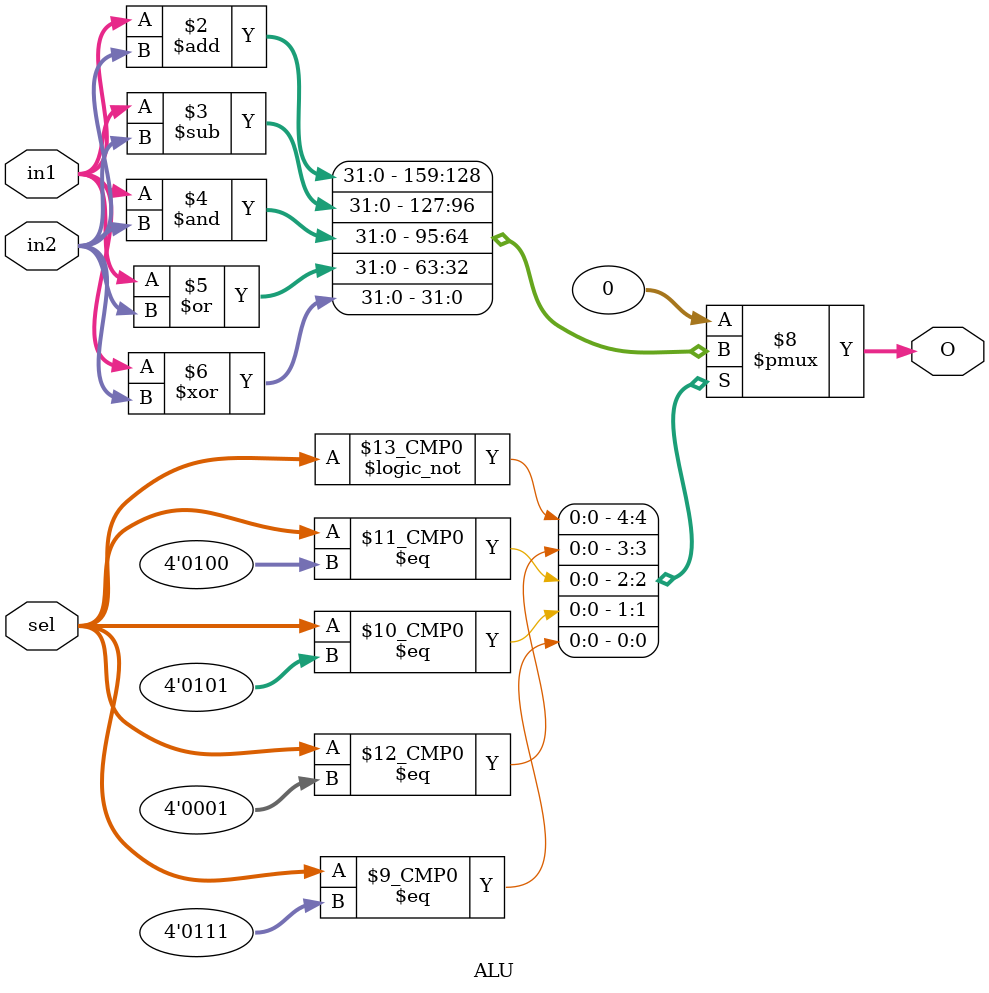
<source format=v>
module ALU(input [31:0]in1, input [31:0]in2, input [3:0]sel, output reg [31:0]O);
    always @(sel, in1, in2) begin
      case (sel)
        0: O <= in1 + in2;
        1: O <= in1 - in2;
        4: O <= in1 & in2;
        5: O <= in1 | in2;
        7: O <= in1 ^ in2;
        // 8, 9, 10 are left alone :(
		default : O<=32'b0;
      endcase
    end
endmodule 
</source>
